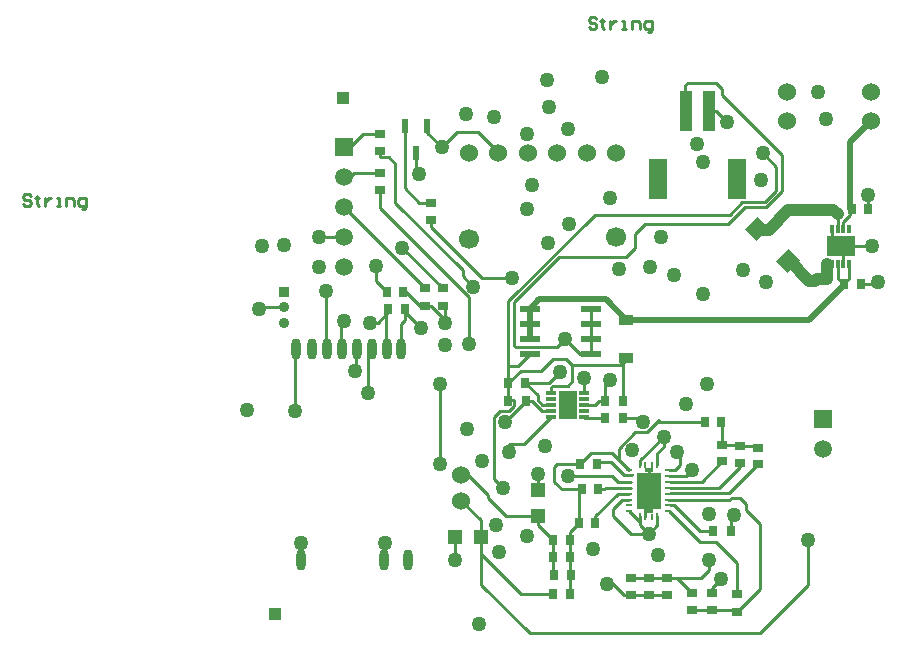
<source format=gtl>
G04*
G04 #@! TF.GenerationSoftware,Altium Limited,Altium Designer,18.0.12 (696)*
G04*
G04 Layer_Physical_Order=1*
G04 Layer_Color=255*
%FSLAX44Y44*%
%MOMM*%
G71*
G01*
G75*
%ADD16C,0.2540*%
%ADD17R,0.9000X0.7000*%
%ADD18R,0.8000X0.9000*%
%ADD19O,0.8000X1.8000*%
%ADD20R,0.7000X0.9000*%
%ADD21R,1.2000X1.2000*%
%ADD22R,1.2000X1.2000*%
%ADD23R,0.9000X0.8000*%
%ADD24R,0.2400X0.6000*%
%ADD25R,0.6000X0.2400*%
%ADD26R,2.0500X3.0500*%
%ADD27R,0.7500X0.4000*%
%ADD28R,0.2000X0.5250*%
%ADD29R,0.3048X0.7874*%
%ADD30R,2.4892X1.7526*%
G04:AMPARAMS|DCode=31|XSize=1.5mm|YSize=1.4mm|CornerRadius=0mm|HoleSize=0mm|Usage=FLASHONLY|Rotation=45.000|XOffset=0mm|YOffset=0mm|HoleType=Round|Shape=Rectangle|*
%AMROTATEDRECTD31*
4,1,4,-0.0354,-1.0253,-1.0253,-0.0354,0.0354,1.0253,1.0253,0.0354,-0.0354,-1.0253,0.0*
%
%ADD31ROTATEDRECTD31*%

%ADD32R,1.5000X3.4000*%
%ADD33R,1.0000X3.5000*%
%ADD34R,0.6000X1.1500*%
%ADD35R,1.7500X0.5900*%
%ADD36R,0.8128X0.3048*%
%ADD37R,1.5748X2.3622*%
%ADD38C,1.5240*%
%ADD39R,1.2200X0.9100*%
%ADD71R,1.0000X1.0000*%
%ADD72C,0.0254*%
%ADD73C,0.5000*%
%ADD74C,1.0000*%
%ADD75C,0.3000*%
%ADD76C,1.5000*%
%ADD77R,1.5000X1.5000*%
%ADD78C,1.7000*%
%ADD79R,0.9000X0.9000*%
%ADD80C,0.9000*%
%ADD81C,1.2700*%
G36*
X482510Y482460D02*
D01*
D02*
G37*
D16*
X525780Y515620D02*
X551180D01*
X482600Y558800D02*
X525780Y515620D01*
X482600Y558800D02*
Y564120D01*
X460400Y591160D02*
Y643710D01*
X472440Y579120D02*
X482600D01*
X460400Y591160D02*
X472440Y579120D01*
X639350Y620640D02*
X639350D01*
X829249Y541940D02*
X855980D01*
X861060Y511810D02*
X862330D01*
X863600Y510540D01*
X846470D02*
X863600D01*
X826749Y514841D02*
X832320Y509270D01*
X832470Y510540D02*
X836749Y514818D01*
Y527335D01*
X664000Y313235D02*
Y332360D01*
X666750Y347860D02*
Y352360D01*
Y340360D02*
Y347860D01*
Y335110D02*
Y340360D01*
X664000Y332360D02*
X666750Y335110D01*
X650250Y317610D02*
X659250Y308610D01*
X651510Y298450D02*
X666750D01*
X636270Y313690D02*
X651510Y298450D01*
X636270Y313690D02*
Y320040D01*
X643840Y327610D01*
X650250D01*
X595630Y463550D02*
X608330Y450850D01*
X617670D01*
X674242Y393700D02*
X675512Y394970D01*
X665352Y384810D02*
X674242Y393700D01*
X676782D02*
X714360D01*
X674242D02*
X676782D01*
X655448Y384810D02*
X665352D01*
X552450Y458470D02*
Y494992D01*
X590858Y533400D01*
X473590Y491610D02*
X477520D01*
X461707Y503493D02*
X473590Y491610D01*
X459120Y503493D02*
X461707D01*
X435610Y513003D02*
Y525780D01*
Y513003D02*
X445120Y503493D01*
X589280Y457200D02*
X595630Y463550D01*
X553720Y457200D02*
X589280D01*
X552450Y458470D02*
X553720Y457200D01*
X555930Y440810D02*
X565970Y450850D01*
X547490Y440810D02*
X555930D01*
X647418Y445888D02*
X647582D01*
X601980Y441960D02*
X642343D01*
X647582Y447200D01*
X617670Y450850D02*
Y463550D01*
Y477334D02*
X618212Y476792D01*
X617670Y463550D02*
Y476250D01*
Y477334D02*
Y488950D01*
X547490Y495420D02*
X621030Y568960D01*
X458350Y541020D02*
X492760Y506610D01*
X482480Y491610D02*
X494030Y480060D01*
Y490340D01*
Y477520D02*
Y480060D01*
X492760Y491610D02*
X494030Y490340D01*
X737630Y314960D02*
X739140D01*
X736480Y316110D02*
X737630Y314960D01*
X565080Y617150D02*
Y627260D01*
X631190Y256540D02*
X636270D01*
X645810Y247000D01*
X651510D01*
X666750D02*
X681990D01*
X651510D02*
X666750D01*
X651510Y261000D02*
X666750D01*
X681990D01*
X728980Y374030D02*
X744220D01*
X758190Y372760D02*
X759460Y371490D01*
X744220Y372760D02*
X758190D01*
X684520Y332780D02*
X734750D01*
X759460Y357490D01*
X726400Y337780D02*
X744220Y355600D01*
Y358760D01*
X728360Y393700D02*
X728980Y393080D01*
Y374030D02*
Y393080D01*
X711730Y342780D02*
X728980Y360030D01*
X684520Y342780D02*
X711730D01*
X525110Y255632D02*
Y281340D01*
X558800Y247650D01*
X524510Y281940D02*
X525110Y281340D01*
X524510Y281940D02*
Y295910D01*
X558800Y247650D02*
X586090D01*
X600090D02*
Y278703D01*
X675512Y394970D02*
X676782Y393700D01*
X826749Y556544D02*
Y568982D01*
X831749Y562509D02*
X837400Y568160D01*
X831749Y556544D02*
Y562509D01*
X766548Y575740D02*
X779780Y588972D01*
Y619760D01*
X733630Y560910D02*
X748460Y575740D01*
X766548D01*
X621030Y568960D02*
X735330D01*
X745920Y579550D01*
X764970D01*
X774700Y589280D01*
X837400Y568160D02*
Y574040D01*
X641350Y361510D02*
X650250Y352610D01*
X635830Y367030D02*
X641350Y361510D01*
X608950Y358140D02*
X617840Y367030D01*
X635830D01*
X593090Y336550D02*
X610220D01*
X586740Y342900D02*
X593090Y336550D01*
X586740Y342900D02*
Y355600D01*
X589280Y358140D01*
X608950D01*
X535940Y345440D02*
Y397382D01*
Y345440D02*
X543560Y337820D01*
X598170Y347980D02*
X598242Y347907D01*
X607680Y308037D02*
Y334010D01*
X610220Y336550D01*
X600090Y300448D02*
X607680Y308037D01*
X600090Y293370D02*
Y300448D01*
X630363Y337780D02*
X651520D01*
X629132Y336550D02*
X630363Y337780D01*
X624220Y336550D02*
X629132D01*
X621680Y313690D02*
X640600Y332610D01*
X621680Y308037D02*
Y313690D01*
X635000Y359410D02*
X646130Y348280D01*
X622950Y359410D02*
X635000D01*
X640600Y332610D02*
X650250D01*
X641350Y370712D02*
X655448Y384810D01*
X545880Y313860D02*
X573382D01*
X598242Y347907D02*
X636002D01*
X586090Y264160D02*
Y278703D01*
Y293370D01*
X573382Y306078D02*
X586090Y293370D01*
X573382Y306078D02*
Y313860D01*
X600090Y278703D02*
Y293370D01*
X535940Y397382D02*
X541148Y402590D01*
X444470Y484490D02*
X446390Y486410D01*
X437500Y477520D02*
X444470Y484490D01*
X430530Y477520D02*
X437500D01*
X460390Y486410D02*
X473710Y473090D01*
X460390Y479440D02*
Y486410D01*
X457070Y476120D02*
X460390Y479440D01*
X457070Y453257D02*
Y476120D01*
X444470Y453257D02*
Y484490D01*
X406370Y476220D02*
X408940Y478790D01*
X406370Y453157D02*
Y476220D01*
X852820Y574040D02*
Y585470D01*
X645040Y396937D02*
X658432D01*
X661670Y393700D01*
X829249Y541940D02*
X831749Y539440D01*
Y527335D02*
Y539440D01*
X854120Y671830D02*
X855390Y673100D01*
Y648100D02*
X855580D01*
X821749Y549440D02*
X829249Y541940D01*
X821749Y549440D02*
Y556544D01*
X826749Y514841D02*
Y527335D01*
X659250Y360800D02*
X679450Y381000D01*
X659250Y356610D02*
Y360800D01*
X690880Y368300D02*
X693420Y365760D01*
X679450Y372350D02*
Y381000D01*
X674250Y367150D02*
X679450Y372350D01*
X674250Y356610D02*
Y367150D01*
X641350Y361510D02*
Y370712D01*
X338120Y490520D02*
X358140D01*
X336550Y488950D02*
X338120Y490520D01*
X723900Y656590D02*
X732790Y647700D01*
X717550Y656590D02*
X723900D01*
X763270Y621030D02*
X774700Y609600D01*
Y589280D02*
Y609600D01*
X472440Y603250D02*
Y604520D01*
X469900Y607060D02*
X472440Y604520D01*
X387350Y549910D02*
X408940D01*
X442670Y290270D02*
X443230Y290830D01*
X442670Y274657D02*
Y290270D01*
X371670Y290390D02*
X372110Y290830D01*
X371670Y274657D02*
Y290390D01*
X666750Y298450D02*
X674250Y305950D01*
Y313610D01*
X659250Y308610D02*
Y313610D01*
Y305950D02*
Y308610D01*
Y305950D02*
X666750Y298450D01*
X647700Y533400D02*
X655320Y541020D01*
X590858Y533400D02*
X647700D01*
X663780Y560910D02*
X733630D01*
X655320Y552450D02*
X663780Y560910D01*
X548640Y374650D02*
X561086D01*
X584200Y397764D01*
X548640Y368300D02*
Y374650D01*
X573182Y335598D02*
Y349662D01*
X508000Y326820D02*
X524510Y310310D01*
Y295910D02*
Y310310D01*
X502772Y295410D02*
Y295710D01*
Y277008D02*
Y295410D01*
Y277008D02*
X502920Y276860D01*
X598170Y424180D02*
X601980Y427990D01*
X547610Y411600D02*
X552380D01*
X547610D02*
Y425903D01*
Y411480D02*
Y411600D01*
X547490Y426022D02*
X547610Y425903D01*
X584200Y422602D02*
X585778Y424180D01*
X598170D01*
X601980Y427990D02*
Y441960D01*
X596900Y447040D02*
X601980Y441960D01*
X585470Y447040D02*
X596900D01*
X575310Y436880D02*
X585470Y447040D01*
X558348Y436880D02*
X575310D01*
X547490Y426022D02*
X558348Y436880D01*
X525110Y255632D02*
X566112Y214630D01*
X760730D01*
X801370Y255270D01*
Y293370D01*
X698500Y347980D02*
X703580Y353060D01*
X749300Y318770D02*
X760730Y307340D01*
X749300Y318770D02*
Y323722D01*
X736728Y328930D02*
X744092D01*
X735408Y327610D02*
X736728Y328930D01*
X683250Y327610D02*
X735408D01*
X693420Y356870D02*
Y365760D01*
X582233Y426022D02*
X591820Y435610D01*
X709930Y300990D02*
X721480D01*
X688140Y322780D02*
X709930Y300990D01*
X710240Y292100D02*
X723900D01*
X684390Y317950D02*
X710240Y292100D01*
X718020Y315430D02*
X718490Y314960D01*
X744092Y328930D02*
X749300Y323722D01*
X760730Y251650D02*
Y307340D01*
X736480Y300990D02*
Y316110D01*
X689500Y352950D02*
X693420Y356870D01*
X717550Y267970D02*
Y276860D01*
X710900Y261320D02*
X717550Y267970D01*
X691010Y261320D02*
X710900D01*
X717550Y276860D02*
X720090Y274320D01*
X720090Y252730D02*
X727710Y260350D01*
X720090Y248750D02*
Y252730D01*
X723900Y260350D02*
X727710D01*
X691010Y261320D02*
X703580Y248750D01*
X723900Y292100D02*
X741680Y274320D01*
Y247600D02*
Y274320D01*
X684420Y347980D02*
X698500D01*
X684390Y347950D02*
X684420Y347980D01*
X682943Y261320D02*
X691010D01*
X684390Y352950D02*
X689500D01*
X684520Y337780D02*
X726400D01*
X522267Y638810D02*
X538872Y622205D01*
X504190Y638810D02*
X522267D01*
X491490Y626110D02*
X504190Y638810D01*
X530860Y328880D02*
Y331342D01*
X509270Y350470D02*
X511732D01*
X530860Y331342D01*
Y328880D02*
X545880Y313860D01*
X651400Y342900D02*
X651520Y342780D01*
X641010Y342900D02*
X651400D01*
X612140Y417576D02*
Y430530D01*
X697550Y656590D02*
Y678500D01*
X699770Y680720D01*
X723900D01*
X728980Y675640D01*
Y670560D02*
Y675640D01*
Y670560D02*
X779780Y619760D01*
X655320Y541020D02*
Y552450D01*
X547490Y440810D02*
Y495420D01*
Y426022D02*
Y440810D01*
X552380Y406638D02*
Y411600D01*
X636002Y347907D02*
X641010Y342900D01*
X541148Y402590D02*
X548332D01*
X552380Y406638D01*
X490220Y358140D02*
Y425450D01*
X584200Y417576D02*
Y422602D01*
X567690Y411480D02*
X576580Y402590D01*
X562610Y411480D02*
X567690D01*
X572770Y411788D02*
X576888Y407670D01*
X572770Y411788D02*
Y415743D01*
X562490Y426022D02*
X572770Y415743D01*
X576580Y402590D02*
X584200D01*
X469900Y607060D02*
Y621210D01*
X452120Y579120D02*
Y612140D01*
Y579120D02*
X509270Y521970D01*
Y516890D02*
Y521970D01*
Y516890D02*
X518160Y508000D01*
X446780Y617480D02*
X452120Y612140D01*
X439420Y617480D02*
X446780D01*
X439420D02*
Y622420D01*
X479400Y638200D02*
X491490Y626110D01*
X479400Y638200D02*
Y643710D01*
X439420Y574168D02*
Y589400D01*
Y574168D02*
X514350Y499238D01*
Y459740D02*
Y499238D01*
X477520Y506610D02*
Y506730D01*
X411480Y572770D02*
X477520Y506730D01*
X417710Y604400D02*
X439420D01*
X411480Y598170D02*
X417710Y604400D01*
X425330Y637420D02*
X439420D01*
X411480Y623570D02*
X425330Y637420D01*
X429260Y417830D02*
Y450647D01*
X431870Y453257D01*
X419070Y438120D02*
Y453157D01*
X367670D02*
Y462050D01*
Y403230D02*
Y453157D01*
X367030Y402590D02*
X367670Y403230D01*
X477520Y491610D02*
X482480D01*
X417830Y436880D02*
X419070Y438120D01*
X393670Y462050D02*
Y504160D01*
X630040Y425570D02*
X633730Y429260D01*
X630040Y411480D02*
Y425570D01*
X544830Y393700D02*
X562610Y411480D01*
X562490Y426022D02*
X582233D01*
X576888Y407670D02*
X584200D01*
X741680Y232600D02*
X760730Y251650D01*
X684520Y322780D02*
X688140D01*
X646130Y348280D02*
X653020D01*
X717550Y642620D02*
Y656590D01*
X645040Y443510D02*
X647418Y445888D01*
X647582D02*
Y447200D01*
X645040Y411480D02*
Y443510D01*
X612140Y397256D02*
X612458Y396937D01*
X630040D01*
X612140Y407670D02*
X621030D01*
X624840Y411480D01*
X630040D01*
X740530Y233750D02*
X741680Y232600D01*
X720090Y233750D02*
X740530D01*
X720090Y233750D02*
X720090Y233750D01*
X703580Y233750D02*
X720090D01*
X622615Y734771D02*
X620948Y736437D01*
X617616D01*
X615950Y734771D01*
Y733104D01*
X617616Y731438D01*
X620948D01*
X622615Y729772D01*
Y728106D01*
X620948Y726440D01*
X617616D01*
X615950Y728106D01*
X627613Y734771D02*
Y733104D01*
X625947D01*
X629279D01*
X627613D01*
Y728106D01*
X629279Y726440D01*
X634277Y733104D02*
Y726440D01*
Y729772D01*
X635944Y731438D01*
X637610Y733104D01*
X639276D01*
X644274Y726440D02*
X647607D01*
X645940D01*
Y733104D01*
X644274D01*
X652605Y726440D02*
Y733104D01*
X657603D01*
X659269Y731438D01*
Y726440D01*
X665934Y723108D02*
X667600D01*
X669266Y724774D01*
Y733104D01*
X664268D01*
X662602Y731438D01*
Y728106D01*
X664268Y726440D01*
X669266D01*
X143825Y584911D02*
X142158Y586577D01*
X138826D01*
X137160Y584911D01*
Y583245D01*
X138826Y581578D01*
X142158D01*
X143825Y579912D01*
Y578246D01*
X142158Y576580D01*
X138826D01*
X137160Y578246D01*
X148823Y584911D02*
Y583245D01*
X147157D01*
X150489D01*
X148823D01*
Y578246D01*
X150489Y576580D01*
X155487Y583245D02*
Y576580D01*
Y579912D01*
X157154Y581578D01*
X158820Y583245D01*
X160486D01*
X165484Y576580D02*
X168817D01*
X167150D01*
Y583245D01*
X165484D01*
X173815Y576580D02*
Y583245D01*
X178813D01*
X180479Y581578D01*
Y576580D01*
X187144Y573248D02*
X188810D01*
X190476Y574914D01*
Y583245D01*
X185478D01*
X183812Y581578D01*
Y578246D01*
X185478Y576580D01*
X190476D01*
D17*
X482600Y564120D02*
D03*
Y579120D02*
D03*
X492760Y506610D02*
D03*
Y491610D02*
D03*
X477520Y506610D02*
D03*
Y491610D02*
D03*
X741680Y247600D02*
D03*
Y232600D02*
D03*
X439420Y604400D02*
D03*
Y589400D02*
D03*
Y637420D02*
D03*
Y622420D02*
D03*
X703580Y248750D02*
D03*
Y233750D02*
D03*
X720090Y233750D02*
D03*
Y248750D02*
D03*
D18*
X459120Y503493D02*
D03*
X445120D02*
D03*
X832470Y510540D02*
D03*
X846470D02*
D03*
X838820Y574040D02*
D03*
X852820D02*
D03*
X586090Y247650D02*
D03*
X600090D02*
D03*
X728360Y393700D02*
D03*
X714360D02*
D03*
X607680Y308037D02*
D03*
X621680D02*
D03*
X610220Y336550D02*
D03*
X624220D02*
D03*
X608950Y358140D02*
D03*
X622950D02*
D03*
X586090Y293370D02*
D03*
X600090D02*
D03*
X586963Y264160D02*
D03*
X600963D02*
D03*
X586090Y278703D02*
D03*
X600090D02*
D03*
X460390Y488950D02*
D03*
X446390D02*
D03*
D19*
X372110Y276860D02*
D03*
X443110D02*
D03*
X462710D02*
D03*
X381510Y455360D02*
D03*
X406810D02*
D03*
X419510D02*
D03*
X444910Y455460D02*
D03*
X394110Y455360D02*
D03*
X368110D02*
D03*
X457510Y455460D02*
D03*
X432310D02*
D03*
D20*
X547610Y411480D02*
D03*
X562610D02*
D03*
X630040Y396937D02*
D03*
X645040D02*
D03*
X562490Y426022D02*
D03*
X547490D02*
D03*
X630040Y411480D02*
D03*
X645040D02*
D03*
X736480Y300990D02*
D03*
X721480D02*
D03*
D21*
X502772Y295710D02*
D03*
X524510Y295910D02*
D03*
D22*
X573182Y335598D02*
D03*
X573382Y313860D02*
D03*
D23*
X651510Y261000D02*
D03*
Y247000D02*
D03*
X666750Y261000D02*
D03*
Y247000D02*
D03*
X681990D02*
D03*
Y261000D02*
D03*
X744220Y372760D02*
D03*
Y358760D02*
D03*
X759460Y371490D02*
D03*
Y357490D02*
D03*
X728980Y374030D02*
D03*
Y360030D02*
D03*
D24*
X659250Y356610D02*
D03*
X674250D02*
D03*
X659250Y313610D02*
D03*
X674250D02*
D03*
D25*
X650250Y337610D02*
D03*
Y332610D02*
D03*
Y327610D02*
D03*
Y322610D02*
D03*
Y317610D02*
D03*
Y342610D02*
D03*
X651750Y348110D02*
D03*
X650250Y352610D02*
D03*
X683250Y337610D02*
D03*
Y332610D02*
D03*
Y327610D02*
D03*
Y322610D02*
D03*
Y317610D02*
D03*
Y342610D02*
D03*
Y347610D02*
D03*
Y352610D02*
D03*
D26*
X666750Y335110D02*
D03*
D27*
Y352360D02*
D03*
Y317860D02*
D03*
D28*
X664000Y356985D02*
D03*
X669500D02*
D03*
Y313235D02*
D03*
X664000D02*
D03*
D29*
X821749Y527335D02*
D03*
X826749D02*
D03*
X831749D02*
D03*
X836749D02*
D03*
Y556544D02*
D03*
X831749D02*
D03*
X826749D02*
D03*
X821749D02*
D03*
D30*
X829249Y541940D02*
D03*
D31*
X785000Y529450D02*
D03*
X758130Y556320D02*
D03*
D32*
X674528Y599090D02*
D03*
X741527D02*
D03*
D33*
X698027Y656590D02*
D03*
X718027D02*
D03*
D34*
X469900Y621210D02*
D03*
X460400Y643710D02*
D03*
X479400D02*
D03*
D35*
X617670Y488950D02*
D03*
Y476250D02*
D03*
Y463550D02*
D03*
Y450850D02*
D03*
X565970D02*
D03*
Y463550D02*
D03*
Y476250D02*
D03*
Y488950D02*
D03*
D36*
X584200Y417576D02*
D03*
Y412750D02*
D03*
Y407670D02*
D03*
Y402590D02*
D03*
Y397764D02*
D03*
X612140D02*
D03*
Y402590D02*
D03*
Y407670D02*
D03*
Y412750D02*
D03*
Y417576D02*
D03*
D37*
X598170Y407670D02*
D03*
D38*
X508000Y348820D02*
D03*
Y326820D02*
D03*
X514350Y620640D02*
D03*
X539350D02*
D03*
X564350D02*
D03*
X589350D02*
D03*
X614350D02*
D03*
X639350D02*
D03*
X783590Y673100D02*
D03*
Y648500D02*
D03*
X855390Y673100D02*
D03*
Y648100D02*
D03*
D39*
X647582Y447200D02*
D03*
Y479900D02*
D03*
D71*
X407670Y668020D02*
D03*
X350520Y231140D02*
D03*
D72*
X454410Y455460D02*
X455135D01*
X457510D01*
X455135D02*
X457510D01*
X458310D01*
X524472Y295110D02*
X524510Y295910D01*
X502772Y295410D02*
Y295710D01*
X572582Y313898D02*
X573382Y313860D01*
X572882Y335598D02*
X573182D01*
D73*
X565970Y463550D02*
Y476250D01*
Y488950D01*
X630462Y497020D02*
X647582Y479900D01*
X574040Y497020D02*
X630462D01*
X565970Y488950D02*
X574040Y497020D01*
X647582Y479900D02*
X802950D01*
X832320Y509270D01*
X837400Y630110D02*
X855390Y648100D01*
X837400Y574040D02*
Y630110D01*
D74*
X822960Y572770D02*
X826749Y568982D01*
X784860Y572770D02*
X822960D01*
X768350Y556260D02*
X784860Y572770D01*
X760730Y556260D02*
X768350D01*
X807720Y513080D02*
X808990Y514350D01*
X802640Y513080D02*
X807720D01*
X786130Y529590D02*
X802640Y513080D01*
X817880Y520504D02*
Y526906D01*
X808990Y514350D02*
X817880D01*
Y518160D01*
D75*
X666750Y329860D02*
D03*
X659000D02*
D03*
X674500D02*
D03*
X666750Y340360D02*
D03*
X659000D02*
D03*
X674500D02*
D03*
X666750Y322360D02*
D03*
Y347860D02*
D03*
D76*
X814070Y370840D02*
D03*
X408940Y600710D02*
D03*
Y575310D02*
D03*
Y549910D02*
D03*
Y524510D02*
D03*
D77*
X814070Y396240D02*
D03*
X408940Y626110D02*
D03*
D78*
X514350Y548640D02*
D03*
X639350Y549640D02*
D03*
D79*
X358140Y503520D02*
D03*
D80*
Y490520D02*
D03*
Y477520D02*
D03*
D81*
X551180Y515620D02*
D03*
X855980Y541940D02*
D03*
X861060Y511810D02*
D03*
X435610Y525780D02*
D03*
X599320Y561340D02*
D03*
X581660Y544830D02*
D03*
X641350Y523240D02*
D03*
X326390Y403830D02*
D03*
X458350Y541020D02*
D03*
X563880Y297180D02*
D03*
X739140Y314960D02*
D03*
X563880Y637540D02*
D03*
X512280Y654050D02*
D03*
X816610Y650240D02*
D03*
X582530Y660400D02*
D03*
X580390Y683260D02*
D03*
X631190Y256540D02*
D03*
X707300Y628650D02*
D03*
X712470Y613410D02*
D03*
X765810Y511810D02*
D03*
X543560Y337820D02*
D03*
X598170Y347980D02*
D03*
X339090Y542290D02*
D03*
X358140Y543560D02*
D03*
X513080Y387350D02*
D03*
X525780Y360680D02*
D03*
X668020Y524185D02*
D03*
X676910Y549910D02*
D03*
X712470Y501650D02*
D03*
X688340Y518160D02*
D03*
X746760Y521970D02*
D03*
X430530Y477520D02*
D03*
X473710Y473090D02*
D03*
X408940Y478790D02*
D03*
X852820Y585470D02*
D03*
X627380Y685800D02*
D03*
X598170Y641350D02*
D03*
X809790Y672630D02*
D03*
X690880Y368300D02*
D03*
X661670Y393700D02*
D03*
X652780Y369570D02*
D03*
X679450Y381000D02*
D03*
X336550Y488950D02*
D03*
X716280Y425450D02*
D03*
X567690Y594360D02*
D03*
X563880Y574040D02*
D03*
X732790Y647700D02*
D03*
X762000Y598170D02*
D03*
X535940Y651510D02*
D03*
X472440Y603250D02*
D03*
X387350Y524510D02*
D03*
Y549910D02*
D03*
X443230Y290830D02*
D03*
X372110D02*
D03*
X523240Y222250D02*
D03*
X674370Y280670D02*
D03*
X666750Y298450D02*
D03*
X579120Y373027D02*
D03*
X548640Y368300D02*
D03*
X573182Y349662D02*
D03*
X537210Y306070D02*
D03*
X502920Y276860D02*
D03*
X801370Y293370D02*
D03*
X703580Y353060D02*
D03*
X591820Y435610D02*
D03*
X718020Y315430D02*
D03*
X698477Y408918D02*
D03*
X717550Y276860D02*
D03*
X727710Y260350D02*
D03*
X494030Y458470D02*
D03*
X633730Y582930D02*
D03*
X595630Y463550D02*
D03*
X612140Y430530D02*
D03*
X763270Y621030D02*
D03*
X490220Y425450D02*
D03*
Y358140D02*
D03*
X491490Y626110D02*
D03*
X518160Y508000D02*
D03*
X429260Y417830D02*
D03*
X367030Y402590D02*
D03*
X514350Y459740D02*
D03*
X494030Y477520D02*
D03*
X417830Y436880D02*
D03*
X393670Y504160D02*
D03*
X633730Y429260D02*
D03*
X544830Y393700D02*
D03*
X619760Y285750D02*
D03*
X539750Y283210D02*
D03*
M02*

</source>
